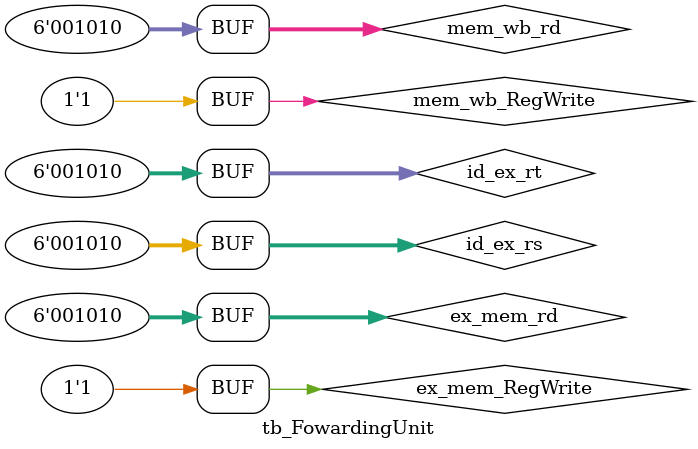
<source format=v>
`timescale 1ns / 1ps


module tb_FowardingUnit();

    reg ex_mem_RegWrite;
    reg mem_wb_RegWrite;
    reg [5:0] id_ex_rs;
    reg [5:0] id_ex_rt;
    reg [5:0] ex_mem_rd;
    reg [5:0] mem_wb_rd;

    wire [1:0] foward_A;
    wire [1:0] foward_B;

    initial begin
        
        //RegWrites == 0
        ex_mem_RegWrite = 0;
        mem_wb_RegWrite = 0;
        id_ex_rs = 0;
        id_ex_rt = 0;
        ex_mem_rd = 0;
        mem_wb_rd = 0;

        #20

        //testing if reg O condition holds
        ex_mem_RegWrite = 1;
        mem_wb_RegWrite = 1;
        id_ex_rs = 0;
        id_ex_rt = 0;
        ex_mem_rd = 0;
        mem_wb_rd = 0;

        #20

        //foward A from MEM stage
        ex_mem_RegWrite = 1;
        mem_wb_RegWrite = 0;
        id_ex_rs = 10;
        id_ex_rt = 5;
        ex_mem_rd = 10;
        mem_wb_rd = 12;
        
        #20

        //foward B from MEM stage
        ex_mem_RegWrite = 1;
        mem_wb_RegWrite = 0;
        id_ex_rs = 10;
        id_ex_rt = 5;
        ex_mem_rd = 5;
        mem_wb_rd = 12;

        #20

        //foward A from WB stage
        ex_mem_RegWrite = 0;
        mem_wb_RegWrite = 1;
        id_ex_rs = 10;
        id_ex_rt = 5;
        ex_mem_rd = 12;
        mem_wb_rd = 10;

        #20

        //foward B from WB stage
        ex_mem_RegWrite = 0;
        mem_wb_RegWrite = 1;
        id_ex_rs = 10;
        id_ex_rt = 5;
        ex_mem_rd = 12;
        mem_wb_rd = 5;

        #20

        //foward A from MEM when condition from WB also is true
        ex_mem_RegWrite = 1;
        mem_wb_RegWrite = 1;
        id_ex_rs = 10;
        id_ex_rt = 5;
        ex_mem_rd = 10;
        mem_wb_rd = 10;

        #20

        //foward B from MEM when condition from WB also is true
        ex_mem_RegWrite = 1;
        mem_wb_RegWrite = 1;
        id_ex_rs = 10;
        id_ex_rt = 5;
        ex_mem_rd = 5;
        mem_wb_rd = 5;

        #20

        //foward A from MEM and B from WB
        ex_mem_RegWrite = 1;
        mem_wb_RegWrite = 1;
        id_ex_rs = 10;
        id_ex_rt = 5;
        ex_mem_rd = 10;
        mem_wb_rd = 5;
    
        #20

        //foward B from MEM and A from WB
        ex_mem_RegWrite = 1;
        mem_wb_RegWrite = 1;
        id_ex_rs = 10;
        id_ex_rt = 5;
        ex_mem_rd = 5;
        mem_wb_rd = 10;

        #20

        //foward B from MEM and A from WB
        ex_mem_RegWrite = 1;
        mem_wb_RegWrite = 1;
        id_ex_rs = 10;
        id_ex_rt = 10;
        ex_mem_rd = 10;
        mem_wb_rd = 10;
    end



    FowardingUnit foward_unit_u(
        .i_ex_mem_RegWrite(ex_mem_RegWrite),
        .i_mem_wb_RegWrite(mem_wb_RegWrite),
        .i_id_ex_rs(id_ex_rs),
        .i_id_ex_rt(id_ex_rt),
        .i_ex_mem_rd(ex_mem_rd),
        .i_mem_wb_rd(mem_wb_rd),
        .o_foward_A(foward_A),
        .o_foward_B(foward_B)
    );

endmodule

</source>
